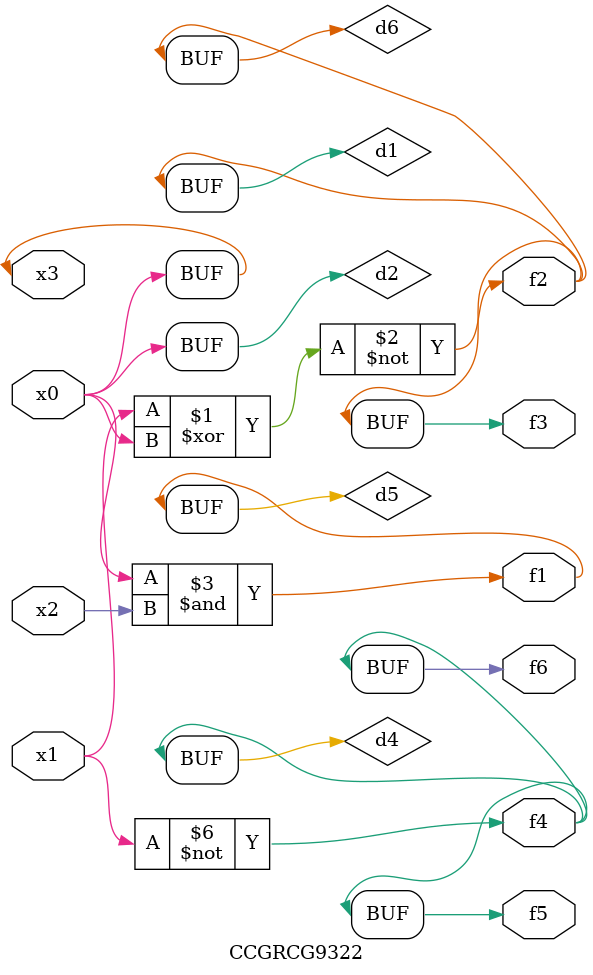
<source format=v>
module CCGRCG9322(
	input x0, x1, x2, x3,
	output f1, f2, f3, f4, f5, f6
);

	wire d1, d2, d3, d4, d5, d6;

	xnor (d1, x1, x3);
	buf (d2, x0, x3);
	nand (d3, x0, x2);
	not (d4, x1);
	nand (d5, d3);
	or (d6, d1);
	assign f1 = d5;
	assign f2 = d6;
	assign f3 = d6;
	assign f4 = d4;
	assign f5 = d4;
	assign f6 = d4;
endmodule

</source>
